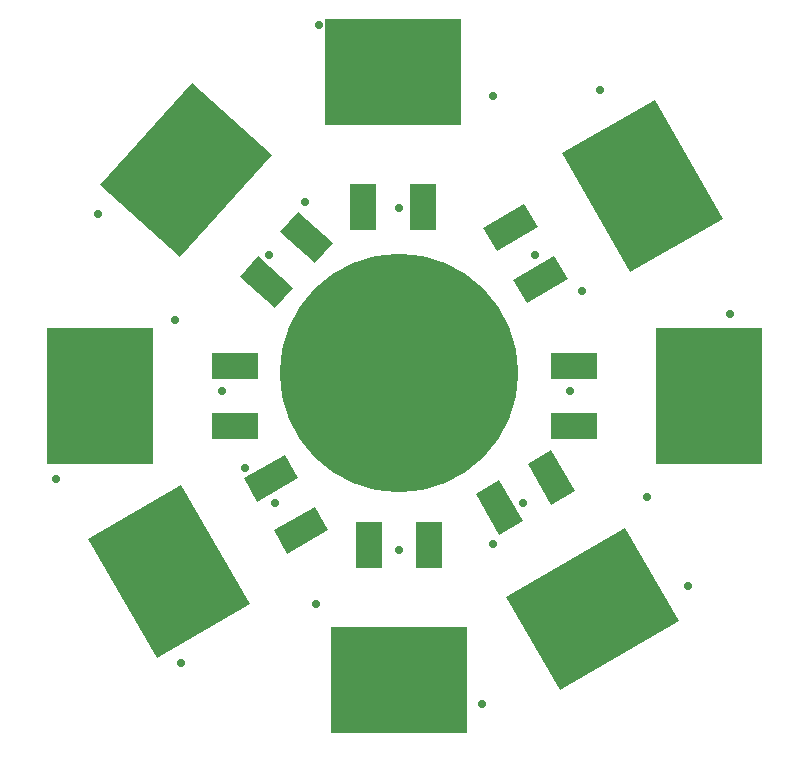
<source format=gbr>
G04 EAGLE Gerber RS-274X export*
G75*
%MOMM*%
%FSLAX34Y34*%
%LPD*%
%INSoldermask Top*%
%IPPOS*%
%AMOC8*
5,1,8,0,0,1.08239X$1,22.5*%
G01*
G04 Define Apertures*
%ADD10C,20.203200*%
%ADD11R,2.283200X4.013200*%
%ADD12R,11.633200X9.093200*%
%ADD13R,4.013200X2.283200*%
%ADD14R,9.093200X11.633200*%
%ADD15C,0.705600*%
D10*
X0Y0D03*
D11*
X-30400Y140700D03*
D12*
X-5000Y255000D03*
D11*
X20400Y140700D03*
X25400Y-145700D03*
D12*
X0Y-260000D03*
D11*
X-25400Y-145700D03*
D13*
X-138510Y-44450D03*
D14*
X-252810Y-19050D03*
D13*
X-138510Y6350D03*
X148510Y6350D03*
D14*
X262810Y-19050D03*
D13*
X148510Y-44450D03*
G36*
X117649Y123393D02*
X82895Y103328D01*
X71479Y123101D01*
X106233Y143166D01*
X117649Y123393D01*
G37*
D12*
G36*
X195959Y85294D02*
X137793Y186040D01*
X216541Y231506D01*
X274707Y130760D01*
X195959Y85294D01*
G37*
D13*
G36*
X143049Y79399D02*
X108295Y59334D01*
X96879Y79107D01*
X131633Y99172D01*
X143049Y79399D01*
G37*
G36*
X128922Y-111298D02*
X108857Y-76544D01*
X128630Y-65128D01*
X148695Y-99882D01*
X128922Y-111298D01*
G37*
D12*
G36*
X90823Y-189609D02*
X191569Y-131443D01*
X237035Y-210191D01*
X136289Y-268357D01*
X90823Y-189609D01*
G37*
D13*
G36*
X84928Y-136698D02*
X64863Y-101944D01*
X84636Y-90528D01*
X104701Y-125282D01*
X84928Y-136698D01*
G37*
G36*
X-119301Y98861D02*
X-89385Y72113D01*
X-104603Y55093D01*
X-134519Y81841D01*
X-119301Y98861D01*
G37*
D12*
G36*
X-107567Y185153D02*
X-185105Y98432D01*
X-252893Y159041D01*
X-175355Y245762D01*
X-107567Y185153D01*
G37*
D13*
G36*
X-85441Y136731D02*
X-55525Y109983D01*
X-70743Y92963D01*
X-100659Y119711D01*
X-85441Y136731D01*
G37*
G36*
X-106235Y-133135D02*
X-71481Y-113070D01*
X-60065Y-132843D01*
X-94819Y-152908D01*
X-106235Y-133135D01*
G37*
D12*
G36*
X-184545Y-95036D02*
X-126379Y-195782D01*
X-205127Y-241248D01*
X-263293Y-140502D01*
X-184545Y-95036D01*
G37*
D13*
G36*
X-131635Y-89141D02*
X-96881Y-69076D01*
X-85465Y-88849D01*
X-120219Y-108914D01*
X-131635Y-89141D01*
G37*
D15*
X0Y140000D03*
X80000Y235000D03*
X210000Y-105000D03*
X-70000Y-195000D03*
X-190000Y45000D03*
X-80000Y145000D03*
X155000Y70000D03*
X80000Y-145000D03*
X-130000Y-80000D03*
X-110000Y100000D03*
X105000Y-110000D03*
X115000Y100000D03*
X-105000Y-110000D03*
X70000Y-280000D03*
X-290000Y-90000D03*
X280000Y50000D03*
X170000Y240000D03*
X245000Y-180000D03*
X-255000Y135000D03*
X-185000Y-245000D03*
X0Y-150000D03*
X145000Y-15000D03*
X-150000Y-15000D03*
X-67456Y295000D03*
M02*

</source>
